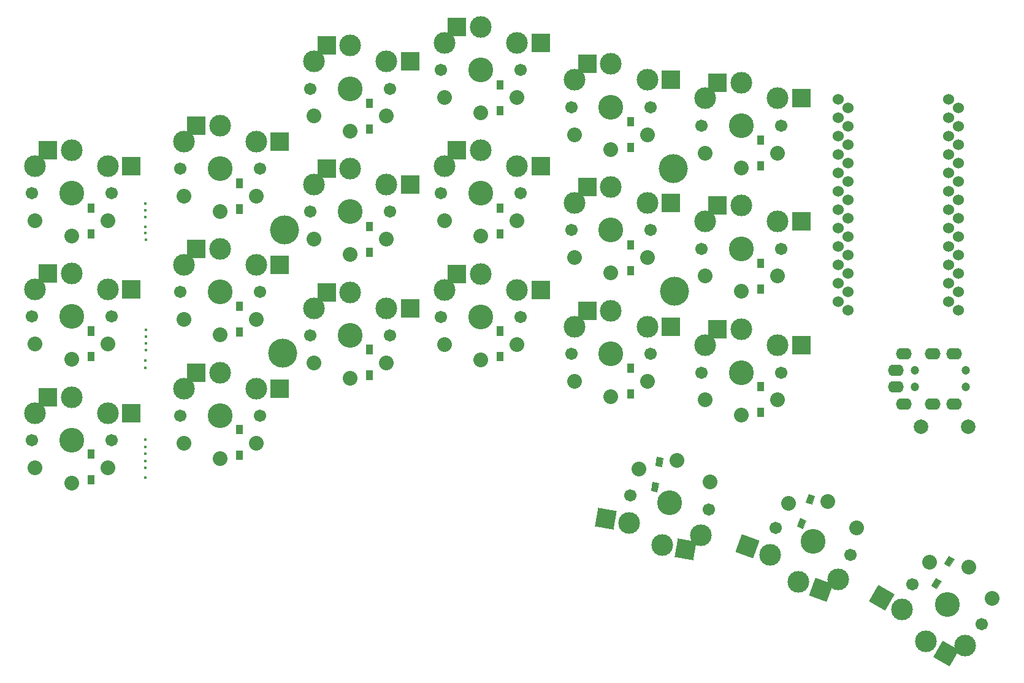
<source format=gbr>
%TF.GenerationSoftware,KiCad,Pcbnew,7.0.7*%
%TF.CreationDate,2023-09-26T21:15:29+07:00*%
%TF.ProjectId,rose,726f7365-2e6b-4696-9361-645f70636258,rev?*%
%TF.SameCoordinates,Original*%
%TF.FileFunction,Soldermask,Bot*%
%TF.FilePolarity,Negative*%
%FSLAX46Y46*%
G04 Gerber Fmt 4.6, Leading zero omitted, Abs format (unit mm)*
G04 Created by KiCad (PCBNEW 7.0.7) date 2023-09-26 21:15:29*
%MOMM*%
%LPD*%
G01*
G04 APERTURE LIST*
G04 Aperture macros list*
%AMRotRect*
0 Rectangle, with rotation*
0 The origin of the aperture is its center*
0 $1 length*
0 $2 width*
0 $3 Rotation angle, in degrees counterclockwise*
0 Add horizontal line*
21,1,$1,$2,0,0,$3*%
G04 Aperture macros list end*
%ADD10C,0.100000*%
%ADD11C,0.393700*%
%ADD12C,0.500000*%
%ADD13C,4.000000*%
%ADD14C,1.701800*%
%ADD15C,3.000000*%
%ADD16C,3.429000*%
%ADD17R,2.600000X2.600000*%
%ADD18C,2.032000*%
%ADD19C,1.200000*%
%ADD20O,2.200000X1.600000*%
%ADD21C,2.000000*%
%ADD22RotRect,2.600000X2.600000X160.000000*%
%ADD23RotRect,2.600000X2.600000X150.000000*%
%ADD24RotRect,2.600000X2.600000X170.000000*%
%ADD25C,1.524000*%
G04 APERTURE END LIST*
%TO.C,D8*%
D10*
X-97372036Y37017848D02*
X-98222036Y37017848D01*
X-98222036Y38217848D01*
X-97372036Y38217848D01*
X-97372036Y37017848D01*
G36*
X-97372036Y37017848D02*
G01*
X-98222036Y37017848D01*
X-98222036Y38217848D01*
X-97372036Y38217848D01*
X-97372036Y37017848D01*
G37*
X-97372036Y40567848D02*
X-98222036Y40567848D01*
X-98222036Y41767848D01*
X-97372036Y41767848D01*
X-97372036Y40567848D01*
G36*
X-97372036Y40567848D02*
G01*
X-98222036Y40567848D01*
X-98222036Y41767848D01*
X-97372036Y41767848D01*
X-97372036Y40567848D01*
G37*
%TO.C,D6*%
X-25372036Y59967848D02*
X-26222036Y59967848D01*
X-26222036Y61167848D01*
X-25372036Y61167848D01*
X-25372036Y59967848D01*
G36*
X-25372036Y59967848D02*
G01*
X-26222036Y59967848D01*
X-26222036Y61167848D01*
X-25372036Y61167848D01*
X-25372036Y59967848D01*
G37*
X-25372036Y63517848D02*
X-26222036Y63517848D01*
X-26222036Y64717848D01*
X-25372036Y64717848D01*
X-25372036Y63517848D01*
G36*
X-25372036Y63517848D02*
G01*
X-26222036Y63517848D01*
X-26222036Y64717848D01*
X-25372036Y64717848D01*
X-25372036Y63517848D01*
G37*
%TO.C,D15*%
X-79372036Y31067848D02*
X-80222036Y31067848D01*
X-80222036Y32267848D01*
X-79372036Y32267848D01*
X-79372036Y31067848D01*
G36*
X-79372036Y31067848D02*
G01*
X-80222036Y31067848D01*
X-80222036Y32267848D01*
X-79372036Y32267848D01*
X-79372036Y31067848D01*
G37*
X-79372036Y34617848D02*
X-80222036Y34617848D01*
X-80222036Y35817848D01*
X-79372036Y35817848D01*
X-79372036Y34617848D01*
G36*
X-79372036Y34617848D02*
G01*
X-80222036Y34617848D01*
X-80222036Y35817848D01*
X-79372036Y35817848D01*
X-79372036Y34617848D01*
G37*
%TO.C,D21*%
X905561Y6243910D02*
X305561Y5204680D01*
X-430561Y5629680D01*
X169439Y6668910D01*
X905561Y6243910D01*
G36*
X905561Y6243910D02*
G01*
X305561Y5204680D01*
X-430561Y5629680D01*
X169439Y6668910D01*
X905561Y6243910D01*
G37*
X-869439Y3169520D02*
X-1469439Y2130290D01*
X-2205561Y2555290D01*
X-1605561Y3594520D01*
X-869439Y3169520D01*
G36*
X-869439Y3169520D02*
G01*
X-1469439Y2130290D01*
X-2205561Y2555290D01*
X-1605561Y3594520D01*
X-869439Y3169520D01*
G37*
%TO.C,D5*%
X-43372036Y62517848D02*
X-44222036Y62517848D01*
X-44222036Y63717848D01*
X-43372036Y63717848D01*
X-43372036Y62517848D01*
G36*
X-43372036Y62517848D02*
G01*
X-44222036Y62517848D01*
X-44222036Y63717848D01*
X-43372036Y63717848D01*
X-43372036Y62517848D01*
G37*
X-43372036Y66067848D02*
X-44222036Y66067848D01*
X-44222036Y67267848D01*
X-43372036Y67267848D01*
X-43372036Y66067848D01*
G36*
X-43372036Y66067848D02*
G01*
X-44222036Y66067848D01*
X-44222036Y67267848D01*
X-43372036Y67267848D01*
X-43372036Y66067848D01*
G37*
%TO.C,D19*%
X-39254356Y20215243D02*
X-39462734Y19033474D01*
X-40299821Y19181075D01*
X-40091443Y20362844D01*
X-39254356Y20215243D01*
G36*
X-39254356Y20215243D02*
G01*
X-39462734Y19033474D01*
X-40299821Y19181075D01*
X-40091443Y20362844D01*
X-39254356Y20215243D01*
G37*
X-39870807Y16719175D02*
X-40079185Y15537406D01*
X-40916272Y15685007D01*
X-40707894Y16866776D01*
X-39870807Y16719175D01*
G36*
X-39870807Y16719175D02*
G01*
X-40079185Y15537406D01*
X-40916272Y15685007D01*
X-40707894Y16866776D01*
X-39870807Y16719175D01*
G37*
%TO.C,D17*%
X-43372036Y28517848D02*
X-44222036Y28517848D01*
X-44222036Y29717848D01*
X-43372036Y29717848D01*
X-43372036Y28517848D01*
G36*
X-43372036Y28517848D02*
G01*
X-44222036Y28517848D01*
X-44222036Y29717848D01*
X-43372036Y29717848D01*
X-43372036Y28517848D01*
G37*
X-43372036Y32067848D02*
X-44222036Y32067848D01*
X-44222036Y33267848D01*
X-43372036Y33267848D01*
X-43372036Y32067848D01*
G36*
X-43372036Y32067848D02*
G01*
X-44222036Y32067848D01*
X-44222036Y33267848D01*
X-43372036Y33267848D01*
X-43372036Y32067848D01*
G37*
%TO.C,D4*%
X-61372036Y67617848D02*
X-62222036Y67617848D01*
X-62222036Y68817848D01*
X-61372036Y68817848D01*
X-61372036Y67617848D01*
G36*
X-61372036Y67617848D02*
G01*
X-62222036Y67617848D01*
X-62222036Y68817848D01*
X-61372036Y68817848D01*
X-61372036Y67617848D01*
G37*
X-61372036Y71167848D02*
X-62222036Y71167848D01*
X-62222036Y72367848D01*
X-61372036Y72367848D01*
X-61372036Y71167848D01*
G36*
X-61372036Y71167848D02*
G01*
X-62222036Y71167848D01*
X-62222036Y72367848D01*
X-61372036Y72367848D01*
X-61372036Y71167848D01*
G37*
%TO.C,D14*%
X-97372036Y20017848D02*
X-98222036Y20017848D01*
X-98222036Y21217848D01*
X-97372036Y21217848D01*
X-97372036Y20017848D01*
G36*
X-97372036Y20017848D02*
G01*
X-98222036Y20017848D01*
X-98222036Y21217848D01*
X-97372036Y21217848D01*
X-97372036Y20017848D01*
G37*
X-97372036Y23567848D02*
X-98222036Y23567848D01*
X-98222036Y24767848D01*
X-97372036Y24767848D01*
X-97372036Y23567848D01*
G36*
X-97372036Y23567848D02*
G01*
X-98222036Y23567848D01*
X-98222036Y24767848D01*
X-97372036Y24767848D01*
X-97372036Y23567848D01*
G37*
%TO.C,D9*%
X-79372036Y48067848D02*
X-80222036Y48067848D01*
X-80222036Y49267848D01*
X-79372036Y49267848D01*
X-79372036Y48067848D01*
G36*
X-79372036Y48067848D02*
G01*
X-80222036Y48067848D01*
X-80222036Y49267848D01*
X-79372036Y49267848D01*
X-79372036Y48067848D01*
G37*
X-79372036Y51617848D02*
X-80222036Y51617848D01*
X-80222036Y52817848D01*
X-79372036Y52817848D01*
X-79372036Y51617848D01*
G36*
X-79372036Y51617848D02*
G01*
X-80222036Y51617848D01*
X-80222036Y52817848D01*
X-79372036Y52817848D01*
X-79372036Y51617848D01*
G37*
%TO.C,D3*%
X-79372036Y65067848D02*
X-80222036Y65067848D01*
X-80222036Y66267848D01*
X-79372036Y66267848D01*
X-79372036Y65067848D01*
G36*
X-79372036Y65067848D02*
G01*
X-80222036Y65067848D01*
X-80222036Y66267848D01*
X-79372036Y66267848D01*
X-79372036Y65067848D01*
G37*
X-79372036Y68617848D02*
X-80222036Y68617848D01*
X-80222036Y69817848D01*
X-79372036Y69817848D01*
X-79372036Y68617848D01*
G36*
X-79372036Y68617848D02*
G01*
X-80222036Y68617848D01*
X-80222036Y69817848D01*
X-79372036Y69817848D01*
X-79372036Y68617848D01*
G37*
%TO.C,D13*%
X-117872036Y16617848D02*
X-118722036Y16617848D01*
X-118722036Y17817848D01*
X-117872036Y17817848D01*
X-117872036Y16617848D01*
G36*
X-117872036Y16617848D02*
G01*
X-118722036Y16617848D01*
X-118722036Y17817848D01*
X-117872036Y17817848D01*
X-117872036Y16617848D01*
G37*
X-117872036Y20167848D02*
X-118722036Y20167848D01*
X-118722036Y21367848D01*
X-117872036Y21367848D01*
X-117872036Y20167848D01*
G36*
X-117872036Y20167848D02*
G01*
X-118722036Y20167848D01*
X-118722036Y21367848D01*
X-117872036Y21367848D01*
X-117872036Y20167848D01*
G37*
%TO.C,D10*%
X-61372036Y50617848D02*
X-62222036Y50617848D01*
X-62222036Y51817848D01*
X-61372036Y51817848D01*
X-61372036Y50617848D01*
G36*
X-61372036Y50617848D02*
G01*
X-62222036Y50617848D01*
X-62222036Y51817848D01*
X-61372036Y51817848D01*
X-61372036Y50617848D01*
G37*
X-61372036Y54167848D02*
X-62222036Y54167848D01*
X-62222036Y55367848D01*
X-61372036Y55367848D01*
X-61372036Y54167848D01*
G36*
X-61372036Y54167848D02*
G01*
X-62222036Y54167848D01*
X-62222036Y55367848D01*
X-61372036Y55367848D01*
X-61372036Y54167848D01*
G37*
%TO.C,D1*%
X-117872036Y50617848D02*
X-118722036Y50617848D01*
X-118722036Y51817848D01*
X-117872036Y51817848D01*
X-117872036Y50617848D01*
G36*
X-117872036Y50617848D02*
G01*
X-118722036Y50617848D01*
X-118722036Y51817848D01*
X-117872036Y51817848D01*
X-117872036Y50617848D01*
G37*
X-117872036Y54167848D02*
X-118722036Y54167848D01*
X-118722036Y55367848D01*
X-117872036Y55367848D01*
X-117872036Y54167848D01*
G36*
X-117872036Y54167848D02*
G01*
X-118722036Y54167848D01*
X-118722036Y55367848D01*
X-117872036Y55367848D01*
X-117872036Y54167848D01*
G37*
%TO.C,D18*%
X-25372036Y25967848D02*
X-26222036Y25967848D01*
X-26222036Y27167848D01*
X-25372036Y27167848D01*
X-25372036Y25967848D01*
G36*
X-25372036Y25967848D02*
G01*
X-26222036Y25967848D01*
X-26222036Y27167848D01*
X-25372036Y27167848D01*
X-25372036Y25967848D01*
G37*
X-25372036Y29517848D02*
X-26222036Y29517848D01*
X-26222036Y30717848D01*
X-25372036Y30717848D01*
X-25372036Y29517848D01*
G36*
X-25372036Y29517848D02*
G01*
X-26222036Y29517848D01*
X-26222036Y30717848D01*
X-25372036Y30717848D01*
X-25372036Y29517848D01*
G37*
%TO.C,D11*%
X-43372036Y45517848D02*
X-44222036Y45517848D01*
X-44222036Y46717848D01*
X-43372036Y46717848D01*
X-43372036Y45517848D01*
G36*
X-43372036Y45517848D02*
G01*
X-44222036Y45517848D01*
X-44222036Y46717848D01*
X-43372036Y46717848D01*
X-43372036Y45517848D01*
G37*
X-43372036Y49067848D02*
X-44222036Y49067848D01*
X-44222036Y50267848D01*
X-43372036Y50267848D01*
X-43372036Y49067848D01*
G36*
X-43372036Y49067848D02*
G01*
X-44222036Y49067848D01*
X-44222036Y50267848D01*
X-43372036Y50267848D01*
X-43372036Y49067848D01*
G37*
%TO.C,D16*%
X-61372036Y33617848D02*
X-62222036Y33617848D01*
X-62222036Y34817848D01*
X-61372036Y34817848D01*
X-61372036Y33617848D01*
G36*
X-61372036Y33617848D02*
G01*
X-62222036Y33617848D01*
X-62222036Y34817848D01*
X-61372036Y34817848D01*
X-61372036Y33617848D01*
G37*
X-61372036Y37167848D02*
X-62222036Y37167848D01*
X-62222036Y38367848D01*
X-61372036Y38367848D01*
X-61372036Y37167848D01*
G36*
X-61372036Y37167848D02*
G01*
X-62222036Y37167848D01*
X-62222036Y38367848D01*
X-61372036Y38367848D01*
X-61372036Y37167848D01*
G37*
%TO.C,D2*%
X-97372036Y54017848D02*
X-98222036Y54017848D01*
X-98222036Y55217848D01*
X-97372036Y55217848D01*
X-97372036Y54017848D01*
G36*
X-97372036Y54017848D02*
G01*
X-98222036Y54017848D01*
X-98222036Y55217848D01*
X-97372036Y55217848D01*
X-97372036Y54017848D01*
G37*
X-97372036Y57567848D02*
X-98222036Y57567848D01*
X-98222036Y58767848D01*
X-97372036Y58767848D01*
X-97372036Y57567848D01*
G36*
X-97372036Y57567848D02*
G01*
X-98222036Y57567848D01*
X-98222036Y58767848D01*
X-97372036Y58767848D01*
X-97372036Y57567848D01*
G37*
%TO.C,D7*%
X-117872036Y33617848D02*
X-118722036Y33617848D01*
X-118722036Y34817848D01*
X-117872036Y34817848D01*
X-117872036Y33617848D01*
G36*
X-117872036Y33617848D02*
G01*
X-118722036Y33617848D01*
X-118722036Y34817848D01*
X-117872036Y34817848D01*
X-117872036Y33617848D01*
G37*
X-117872036Y37167848D02*
X-118722036Y37167848D01*
X-118722036Y38367848D01*
X-117872036Y38367848D01*
X-117872036Y37167848D01*
G36*
X-117872036Y37167848D02*
G01*
X-118722036Y37167848D01*
X-118722036Y38367848D01*
X-117872036Y38367848D01*
X-117872036Y37167848D01*
G37*
%TO.C,D20*%
X-18319948Y14934218D02*
X-18730372Y13806587D01*
X-19529111Y14097304D01*
X-19118687Y15224936D01*
X-18319948Y14934218D01*
G36*
X-18319948Y14934218D02*
G01*
X-18730372Y13806587D01*
X-19529111Y14097304D01*
X-19118687Y15224936D01*
X-18319948Y14934218D01*
G37*
X-19534119Y11598310D02*
X-19944543Y10470678D01*
X-20743282Y10761396D01*
X-20332858Y11889027D01*
X-19534119Y11598310D01*
G36*
X-19534119Y11598310D02*
G01*
X-19944543Y10470678D01*
X-20743282Y10761396D01*
X-20332858Y11889027D01*
X-19534119Y11598310D01*
G37*
%TO.C,D12*%
X-25372036Y42967848D02*
X-26222036Y42967848D01*
X-26222036Y44167848D01*
X-25372036Y44167848D01*
X-25372036Y42967848D01*
G36*
X-25372036Y42967848D02*
G01*
X-26222036Y42967848D01*
X-26222036Y44167848D01*
X-25372036Y44167848D01*
X-25372036Y42967848D01*
G37*
X-25372036Y46517848D02*
X-26222036Y46517848D01*
X-26222036Y47717848D01*
X-25372036Y47717848D01*
X-25372036Y46517848D01*
G36*
X-25372036Y46517848D02*
G01*
X-26222036Y46517848D01*
X-26222036Y47717848D01*
X-25372036Y47717848D01*
X-25372036Y46517848D01*
G37*
%TD*%
D11*
%TO.C,H13*%
X-110687036Y51268248D03*
%TD*%
D12*
%TO.C,H20*%
X-39307036Y60188248D03*
X-38867036Y61248248D03*
X-38867036Y59128248D03*
X-37807036Y61688248D03*
D13*
X-37807036Y60188248D03*
D12*
X-37807036Y58688248D03*
X-36747036Y61248248D03*
X-36747036Y59128248D03*
X-36307036Y60188248D03*
%TD*%
D14*
%TO.C,S17*%
X-51927036Y34552848D03*
D15*
X-51427036Y38302848D03*
X-46427036Y40502848D03*
D16*
X-46427036Y34552848D03*
D15*
X-41427036Y38302848D03*
D14*
X-40927036Y34552848D03*
D17*
X-49702036Y40502848D03*
D18*
X-46427036Y28652848D03*
X-51427036Y30752848D03*
X-41427036Y30752848D03*
D17*
X-38152036Y38302848D03*
%TD*%
D11*
%TO.C,H5*%
X-110657036Y37929948D03*
%TD*%
D12*
%TO.C,H21*%
X-93027036Y51688248D03*
X-92587036Y52748248D03*
X-92587036Y50628248D03*
X-91527036Y53188248D03*
D13*
X-91527036Y51688248D03*
D12*
X-91527036Y50188248D03*
X-90467036Y52748248D03*
X-90467036Y50628248D03*
X-90027036Y51688248D03*
%TD*%
D19*
%TO.C,U2*%
X2565464Y32275748D03*
X-4434536Y32275748D03*
X2565464Y29975748D03*
X-4434536Y29975748D03*
D20*
X-7134536Y32275748D03*
X-7134536Y29975748D03*
X-6034536Y34575748D03*
X-6034536Y27675748D03*
X-2034536Y34575748D03*
X-2034536Y27675748D03*
X965464Y34575748D03*
X965464Y27675748D03*
%TD*%
D21*
%TO.C,SW1*%
X2892964Y24538248D03*
X-3607036Y24538248D03*
%TD*%
D14*
%TO.C,S4*%
X-69927036Y73753248D03*
D15*
X-69427036Y77503248D03*
X-64427036Y79703248D03*
D16*
X-64427036Y73753248D03*
D15*
X-59427036Y77503248D03*
D14*
X-58927036Y73753248D03*
D17*
X-67702036Y79703248D03*
D18*
X-64427036Y67853248D03*
X-69427036Y69953248D03*
X-59427036Y69953248D03*
D17*
X-56152036Y77503248D03*
%TD*%
D14*
%TO.C,S8*%
X-105927036Y43153248D03*
D15*
X-105427036Y46903248D03*
X-100427036Y49103248D03*
D16*
X-100427036Y43153248D03*
D15*
X-95427036Y46903248D03*
D14*
X-94927036Y43153248D03*
D17*
X-103702036Y49103248D03*
D18*
X-100427036Y37253248D03*
X-105427036Y39353248D03*
X-95427036Y39353248D03*
D17*
X-92152036Y46903248D03*
%TD*%
D11*
%TO.C,H14*%
X-110717036Y52148248D03*
%TD*%
%TO.C,H1*%
X-110697036Y22708248D03*
%TD*%
D14*
%TO.C,S6*%
X-33927036Y66103248D03*
D15*
X-33427036Y69853248D03*
X-28427036Y72053248D03*
D16*
X-28427036Y66103248D03*
D15*
X-23427036Y69853248D03*
D14*
X-22927036Y66103248D03*
D17*
X-31702036Y72053248D03*
D18*
X-28427036Y60203248D03*
X-33427036Y62303248D03*
X-23427036Y62303248D03*
D17*
X-20152036Y69853248D03*
%TD*%
D11*
%TO.C,H18*%
X-110727036Y53508248D03*
%TD*%
D14*
%TO.C,S20*%
X-13325746Y6786613D03*
D15*
X-15078168Y3433775D03*
X-20529075Y3076552D03*
D16*
X-18494055Y8667723D03*
D15*
X-24475094Y6853977D03*
D14*
X-23662365Y10548834D03*
D22*
X-17451582Y1956436D03*
D18*
X-16476136Y14211910D03*
X-12495916Y10528455D03*
X-21892842Y13948656D03*
D22*
X-27552587Y7974093D03*
%TD*%
D11*
%TO.C,H15*%
X-110717036Y17458248D03*
%TD*%
D14*
%TO.C,S12*%
X-33927036Y49103248D03*
D15*
X-33427036Y52853248D03*
X-28427036Y55053248D03*
D16*
X-28427036Y49103248D03*
D15*
X-23427036Y52853248D03*
D14*
X-22927036Y49103248D03*
D17*
X-31702036Y55053248D03*
D18*
X-28427036Y43203248D03*
X-33427036Y45303248D03*
X-23427036Y45303248D03*
D17*
X-20152036Y52853248D03*
%TD*%
D11*
%TO.C,H8*%
X-110717036Y32668248D03*
%TD*%
D14*
%TO.C,S14*%
X-105927036Y26052848D03*
D15*
X-105427036Y29802848D03*
X-100427036Y32002848D03*
D16*
X-100427036Y26052848D03*
D15*
X-95427036Y29802848D03*
D14*
X-94927036Y26052848D03*
D17*
X-103702036Y32002848D03*
D18*
X-100427036Y20152848D03*
X-105427036Y22252848D03*
X-95427036Y22252848D03*
D17*
X-92152036Y29802848D03*
%TD*%
D14*
%TO.C,S10*%
X-69927036Y56753248D03*
D15*
X-69427036Y60503248D03*
X-64427036Y62703248D03*
D16*
X-64427036Y56753248D03*
D15*
X-59427036Y60503248D03*
D14*
X-58927036Y56753248D03*
D17*
X-67702036Y62703248D03*
D18*
X-64427036Y50853248D03*
X-69427036Y52953248D03*
X-59427036Y52953248D03*
D17*
X-56152036Y60503248D03*
%TD*%
D14*
%TO.C,S13*%
X-126427036Y22652848D03*
D15*
X-125927036Y26402848D03*
X-120927036Y28602848D03*
D16*
X-120927036Y22652848D03*
D15*
X-115927036Y26402848D03*
D14*
X-115427036Y22652848D03*
D17*
X-124202036Y28602848D03*
D18*
X-120927036Y16752848D03*
X-125927036Y18852848D03*
X-115927036Y18852848D03*
D17*
X-112652036Y26402848D03*
%TD*%
D14*
%TO.C,S16*%
X-69927036Y39652848D03*
D15*
X-69427036Y43402848D03*
X-64427036Y45602848D03*
D16*
X-64427036Y39652848D03*
D15*
X-59427036Y43402848D03*
D14*
X-58927036Y39652848D03*
D17*
X-67702036Y45602848D03*
D18*
X-64427036Y33752848D03*
X-69427036Y35852848D03*
X-59427036Y35852848D03*
D17*
X-56152036Y43402848D03*
%TD*%
D11*
%TO.C,H4*%
X-110727036Y19808248D03*
%TD*%
%TO.C,H16*%
X-110727036Y54391823D03*
%TD*%
%TO.C,H17*%
X-110707036Y55318248D03*
%TD*%
%TO.C,H9*%
X-110677036Y50328248D03*
%TD*%
%TO.C,H2*%
X-110697036Y21741823D03*
%TD*%
D14*
%TO.C,S7*%
X-126427036Y39753248D03*
D15*
X-125927036Y43503248D03*
X-120927036Y45703248D03*
D16*
X-120927036Y39753248D03*
D15*
X-115927036Y43503248D03*
D14*
X-115427036Y39753248D03*
D17*
X-124202036Y45703248D03*
D18*
X-120927036Y33853248D03*
X-125927036Y35953248D03*
X-115927036Y35953248D03*
D17*
X-112652036Y43503248D03*
%TD*%
D11*
%TO.C,H3*%
X-110707036Y20781823D03*
%TD*%
D14*
%TO.C,S21*%
X4756104Y-2751752D03*
D15*
X2448091Y-5749347D03*
X-2982036Y-5154603D03*
D16*
X-7036Y-1752D03*
D15*
X-6212163Y-749347D03*
D14*
X-4770176Y2748248D03*
D23*
X-145803Y-6792103D03*
D18*
X2942964Y5107798D03*
X6223091Y789144D03*
X-2437163Y5789144D03*
D23*
X-9048396Y888153D03*
%TD*%
D14*
%TO.C,S11*%
X-51927036Y51653248D03*
D15*
X-51427036Y55403248D03*
X-46427036Y57603248D03*
D16*
X-46427036Y51653248D03*
D15*
X-41427036Y55403248D03*
D14*
X-40927036Y51653248D03*
D17*
X-49702036Y57603248D03*
D18*
X-46427036Y45753248D03*
X-51427036Y47853248D03*
X-41427036Y47853248D03*
D17*
X-38152036Y55403248D03*
%TD*%
D14*
%TO.C,S18*%
X-33927036Y32002848D03*
D15*
X-33427036Y35752848D03*
X-28427036Y37952848D03*
D16*
X-28427036Y32002848D03*
D15*
X-23427036Y35752848D03*
D14*
X-22927036Y32002848D03*
D17*
X-31702036Y37952848D03*
D18*
X-28427036Y26102848D03*
X-33427036Y28202848D03*
X-23427036Y28202848D03*
D17*
X-20152036Y35752848D03*
%TD*%
D14*
%TO.C,S3*%
X-87927036Y71203248D03*
D15*
X-87427036Y74953248D03*
X-82427036Y77153248D03*
D16*
X-82427036Y71203248D03*
D15*
X-77427036Y74953248D03*
D14*
X-76927036Y71203248D03*
D17*
X-85702036Y77153248D03*
D18*
X-82427036Y65303248D03*
X-87427036Y67403248D03*
X-77427036Y67403248D03*
D17*
X-74152036Y74953248D03*
%TD*%
D11*
%TO.C,H11*%
X-110697036Y33678248D03*
%TD*%
D14*
%TO.C,S19*%
X-32896418Y13092673D03*
D15*
X-34040003Y9486468D03*
X-39346067Y8188131D03*
D16*
X-38312861Y14047738D03*
D15*
X-43888080Y11222949D03*
D14*
X-43729303Y15002803D03*
D24*
X-36120822Y7619434D03*
D18*
X-37288336Y19858103D03*
X-32728959Y16921766D03*
X-42577036Y18658248D03*
D24*
X-47113326Y11791647D03*
%TD*%
D12*
%TO.C,H22*%
X-39137036Y43208248D03*
X-38697036Y44268248D03*
X-38697036Y42148248D03*
X-37637036Y44708248D03*
D13*
X-37637036Y43208248D03*
D12*
X-37637036Y41708248D03*
X-36577036Y44268248D03*
X-36577036Y42148248D03*
X-36137036Y43208248D03*
%TD*%
D11*
%TO.C,H10*%
X-110657036Y35078248D03*
%TD*%
D14*
%TO.C,S9*%
X-87927036Y54203248D03*
D15*
X-87427036Y57953248D03*
X-82427036Y60153248D03*
D16*
X-82427036Y54203248D03*
D15*
X-77427036Y57953248D03*
D14*
X-76927036Y54203248D03*
D17*
X-85702036Y60153248D03*
D18*
X-82427036Y48303248D03*
X-87427036Y50403248D03*
X-77427036Y50403248D03*
D17*
X-74152036Y57953248D03*
%TD*%
D14*
%TO.C,S5*%
X-51927036Y68653248D03*
D15*
X-51427036Y72403248D03*
X-46427036Y74603248D03*
D16*
X-46427036Y68653248D03*
D15*
X-41427036Y72403248D03*
D14*
X-40927036Y68653248D03*
D17*
X-49702036Y74603248D03*
D18*
X-46427036Y62753248D03*
X-51427036Y64853248D03*
X-41427036Y64853248D03*
D17*
X-38152036Y72403248D03*
%TD*%
D14*
%TO.C,S15*%
X-87927036Y37102848D03*
D15*
X-87427036Y40852848D03*
X-82427036Y43052848D03*
D16*
X-82427036Y37102848D03*
D15*
X-77427036Y40852848D03*
D14*
X-76927036Y37102848D03*
D17*
X-85702036Y43052848D03*
D18*
X-82427036Y31202848D03*
X-87427036Y33302848D03*
X-77427036Y33302848D03*
D17*
X-74152036Y40852848D03*
%TD*%
D12*
%TO.C,H19*%
X-93267036Y34688248D03*
X-92827036Y35748248D03*
X-92827036Y33628248D03*
X-91767036Y36188248D03*
D13*
X-91767036Y34688248D03*
D12*
X-91767036Y33188248D03*
X-90707036Y35748248D03*
X-90707036Y33628248D03*
X-90267036Y34688248D03*
%TD*%
D11*
%TO.C,H7*%
X-110647036Y36048248D03*
%TD*%
%TO.C,H12*%
X-110727036Y18828248D03*
%TD*%
D14*
%TO.C,S2*%
X-105927036Y60153248D03*
D15*
X-105427036Y63903248D03*
X-100427036Y66103248D03*
D16*
X-100427036Y60153248D03*
D15*
X-95427036Y63903248D03*
D14*
X-94927036Y60153248D03*
D17*
X-103702036Y66103248D03*
D18*
X-100427036Y54253248D03*
X-105427036Y56353248D03*
X-95427036Y56353248D03*
D17*
X-92152036Y63903248D03*
%TD*%
D11*
%TO.C,H6*%
X-110657036Y36998248D03*
%TD*%
D25*
%TO.C,U1*%
X-15027036Y69738248D03*
X1511779Y68542503D03*
X-15027036Y67198248D03*
X1511779Y66002503D03*
X-15027036Y64658248D03*
X1511779Y63462503D03*
X-15027036Y62118248D03*
X1511779Y60922503D03*
X-15027036Y59578248D03*
X1511779Y58382503D03*
X-15027036Y57038248D03*
X1511779Y55842503D03*
X-15027036Y54498248D03*
X1511779Y53302503D03*
X-15027036Y51958248D03*
X1511779Y50762503D03*
X-15027036Y49418248D03*
X1511779Y48222503D03*
X-15027036Y46878248D03*
X1511779Y45682503D03*
X-15027036Y44338248D03*
X1511779Y43142503D03*
X-15027036Y41798248D03*
X1511779Y40602503D03*
X-13728221Y40602503D03*
X212964Y41798248D03*
X-13728221Y43142503D03*
X212964Y44338248D03*
X-13728221Y45682503D03*
X212964Y46878248D03*
X-13728221Y48222503D03*
X212964Y49418248D03*
X-13728221Y50762503D03*
X212964Y51958248D03*
X-13728221Y53302503D03*
X212964Y54498248D03*
X-13728221Y55842503D03*
X212964Y57038248D03*
X-13728221Y58382503D03*
X212964Y59578248D03*
X-13728221Y60922503D03*
X212964Y62118248D03*
X-13728221Y63462503D03*
X212964Y64658248D03*
X-13728221Y66002503D03*
X212964Y67198248D03*
X-13728221Y68542503D03*
X212964Y69738248D03*
%TD*%
D14*
%TO.C,S1*%
X-126427036Y56753248D03*
D15*
X-125927036Y60503248D03*
X-120927036Y62703248D03*
D16*
X-120927036Y56753248D03*
D15*
X-115927036Y60503248D03*
D14*
X-115427036Y56753248D03*
D17*
X-124202036Y62703248D03*
D18*
X-120927036Y50853248D03*
X-125927036Y52953248D03*
X-115927036Y52953248D03*
D17*
X-112652036Y60503248D03*
%TD*%
M02*

</source>
